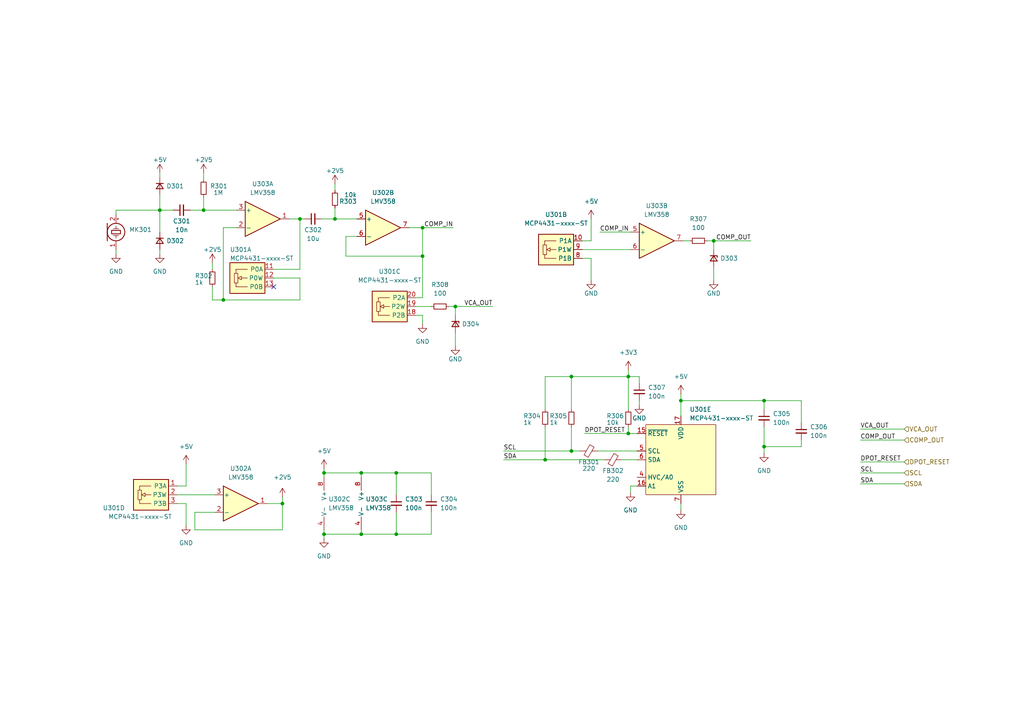
<source format=kicad_sch>
(kicad_sch (version 20211123) (generator eeschema)
  (paper "A4")
  (lib_symbols
    (symbol "Amplifier_Operational:TL072" (pin_names (offset 0.127))
      (property "Reference" "U" (at 0 5.08 0))
      (property "Value" "TL072" (at 0 -5.08 0))
      (symbol "TL072_1_1"
        (polyline (pts (xy -5.08 5.08) (xy 5.08 0) (xy -5.08 -5.08) (xy -5.08 5.08)) (stroke (width 0.254)) (fill (type background)))
        (pin output line (at 7.62 0 180) (length 2.54) (name "~") (number "1"))
        (pin input line (at -7.62 -2.54 0) (length 2.54) (name "-") (number "2"))
        (pin input line (at -7.62 2.54 0) (length 2.54) (name "+") (number "3"))
      )
      (symbol "TL072_2_1"
        (polyline (pts (xy -5.08 5.08) (xy 5.08 0) (xy -5.08 -5.08) (xy -5.08 5.08)) (stroke (width 0.254)) (fill (type background)))
        (pin input line (at -7.62 2.54 0) (length 2.54) (name "+") (number "5"))
        (pin input line (at -7.62 -2.54 0) (length 2.54) (name "-") (number "6"))
        (pin output line (at 7.62 0 180) (length 2.54) (name "~") (number "7"))
      )
      (symbol "TL072_3_1"
        (pin power_in line (at -2.54 -7.62 90) (length 3.81) (name "V-") (number "4"))
        (pin power_in line (at -2.54 7.62 270) (length 3.81) (name "V+") (number "8"))
      )
    )
    (symbol "Device:C_Small" (pin_numbers hide) (pin_names (offset 0.254) hide)
      (property "Reference" "C" (at 0.254 1.778 0))
      (property "Value" "C_Small" (at 0.254 -2.032 0))
      (symbol "C_Small_0_1"
        (polyline (pts (xy -1.524 -0.508) (xy 1.524 -0.508)) (stroke (width 0.3302)))
        (polyline (pts (xy -1.524 0.508) (xy 1.524 0.508)) (stroke (width 0.3048)))
      )
      (symbol "C_Small_1_1"
        (pin passive line (at 0 2.54 270) (length 2.032) (name "~") (number "1"))
        (pin passive line (at 0 -2.54 90) (length 2.032) (name "~") (number "2"))
      )
    )
    (symbol "Device:D_Small" (pin_numbers hide) (pin_names (offset 0.254) hide)
      (property "Reference" "D" (at -1.27 2.032 0))
      (property "Value" "D_Small" (at -3.81 -2.032 0))
      (symbol "D_Small_0_1"
        (polyline (pts (xy -0.762 -1.016) (xy -0.762 1.016)) (stroke (width 0.254)))
        (polyline (pts (xy -0.762 0) (xy 0.762 0)))
        (polyline (pts (xy 0.762 -1.016) (xy -0.762 0) (xy 0.762 1.016) (xy 0.762 -1.016)) (stroke (width 0.254)))
      )
      (symbol "D_Small_1_1"
        (pin passive line (at -2.54 0 0) (length 1.778) (name "K") (number "1"))
        (pin passive line (at 2.54 0 180) (length 1.778) (name "A") (number "2"))
      )
    )
    (symbol "Device:D_Zener_Small" (pin_numbers hide) (pin_names (offset 0.254) hide)
      (property "Reference" "D" (at 0 2.286 0))
      (property "Value" "D_Zener_Small" (at 0 -2.286 0))
      (symbol "D_Zener_Small_0_1"
        (polyline (pts (xy 0.762 0) (xy -0.762 0)))
        (polyline (pts (xy -0.254 1.016) (xy -0.762 1.016) (xy -0.762 -1.016)) (stroke (width 0.254)))
        (polyline (pts (xy 0.762 1.016) (xy -0.762 0) (xy 0.762 -1.016) (xy 0.762 1.016)) (stroke (width 0.254)))
      )
      (symbol "D_Zener_Small_1_1"
        (pin passive line (at -2.54 0 0) (length 1.778) (name "K") (number "1"))
        (pin passive line (at 2.54 0 180) (length 1.778) (name "A") (number "2"))
      )
    )
    (symbol "Device:FerriteBead_Small" (pin_numbers hide) (pin_names (offset 0))
      (property "Reference" "FB" (at 1.905 1.27 0))
      (property "Value" "FerriteBead_Small" (at 1.905 -1.27 0))
      (symbol "FerriteBead_Small_0_1"
        (polyline (pts (xy 0 -1.27) (xy 0 -0.7874)))
        (polyline (pts (xy 0 0.889) (xy 0 1.2954)))
        (polyline (pts (xy -1.8288 0.2794) (xy -1.1176 1.4986) (xy 1.8288 -0.2032) (xy 1.1176 -1.4224) (xy -1.8288 0.2794)))
      )
      (symbol "FerriteBead_Small_1_1"
        (pin passive line (at 0 2.54 270) (length 1.27) (name "~") (number "1"))
        (pin passive line (at 0 -2.54 90) (length 1.27) (name "~") (number "2"))
      )
    )
    (symbol "Device:Microphone_Crystal" (pin_names (offset 0.0254) hide)
      (property "Reference" "MK" (at -3.81 1.143 0))
      (property "Value" "Microphone_Crystal" (at -3.81 -0.762 0))
      (symbol "Microphone_Crystal_0_1"
        (rectangle (start -1.27 0.508) (end 1.27 -0.508) (stroke (width 0.254)))
        (polyline (pts (xy -2.54 2.54) (xy -2.54 -2.54)) (stroke (width 0.254)))
        (polyline (pts (xy -0.762 -1.016) (xy 0.762 -1.016)))
        (polyline (pts (xy -0.762 1.016) (xy 0.762 1.016)))
        (polyline (pts (xy 0 -1.016) (xy 0 -1.778)))
        (polyline (pts (xy 0 1.016) (xy 0 1.778)))
        (polyline (pts (xy 0.254 3.81) (xy 0.762 3.81)))
        (polyline (pts (xy 0.508 4.064) (xy 0.508 3.556)))
        (circle (center 0 0) (radius 2.54) (stroke (width 0.254)))
      )
      (symbol "Microphone_Crystal_1_1"
        (pin passive line (at 0 -5.08 90) (length 2.54) (name "-") (number "1"))
        (pin passive line (at 0 5.08 270) (length 2.54) (name "+") (number "2"))
      )
    )
    (symbol "Device:R_Small" (pin_numbers hide) (pin_names (offset 0.254) hide)
      (property "Reference" "R" (at 0.762 0.508 0))
      (property "Value" "R_Small" (at 0.762 -1.016 0))
      (symbol "R_Small_0_1"
        (rectangle (start -0.762 1.778) (end 0.762 -1.778) (stroke (width 0.2032)))
      )
      (symbol "R_Small_1_1"
        (pin passive line (at 0 2.54 270) (length 0.762) (name "~") (number "1"))
        (pin passive line (at 0 -2.54 90) (length 0.762) (name "~") (number "2"))
      )
    )
    (symbol "Potentiometer_Digital:MCP4431-xxxx-ST"
      (property "Reference" "U" (at -8.89 11.43 0))
      (property "Value" "MCP4431-xxxx-ST" (at 10.16 -11.43 0))
      (symbol "MCP4431-xxxx-ST_1_1"
        (polyline (pts (xy 1.7272 0) (xy 0 0)))
        (polyline (pts (xy 3.302 -2.54) (xy 0 -2.54)) (fill (type background)))
        (polyline (pts (xy 3.302 -2.3114) (xy 3.302 -1.3716)))
        (polyline (pts (xy 3.302 2.286) (xy 3.302 1.4478)))
        (polyline (pts (xy 3.302 2.54) (xy 0 2.54)) (fill (type background)))
        (polyline (pts (xy 3.302 -2.54) (xy 3.302 -2.286) (xy 3.302 -2.286)))
        (polyline (pts (xy 3.302 2.54) (xy 3.302 2.286) (xy 3.302 2.286)) (fill (type background)))
        (polyline (pts (xy 1.7272 -0.508) (xy 1.7272 0.508) (xy 2.7432 0) (xy 1.7272 -0.508) (xy 1.7272 -0.508)))
        (rectangle (start 3.7846 -1.3462) (end 2.7686 1.4478))
        (rectangle (start 5.08 -4.445) (end -5.08 4.445) (stroke (width 0.254)) (fill (type background)))
        (pin passive line (at -7.62 -2.54 0) (length 2.54) (name "P0A") (number "11"))
        (pin passive line (at -7.62 0 0) (length 2.54) (name "P0W") (number "12"))
        (pin passive line (at -7.62 2.54 0) (length 2.54) (name "P0B") (number "13"))
      )
      (symbol "MCP4431-xxxx-ST_2_1"
        (polyline (pts (xy 1.7272 0) (xy 0 0)))
        (polyline (pts (xy 3.302 -2.54) (xy 0 -2.54)) (fill (type background)))
        (polyline (pts (xy 3.302 -2.3114) (xy 3.302 -1.3716)))
        (polyline (pts (xy 3.302 2.286) (xy 3.302 1.4478)))
        (polyline (pts (xy 3.302 2.54) (xy 0 2.54)) (fill (type background)))
        (polyline (pts (xy 3.302 -2.54) (xy 3.302 -2.286) (xy 3.302 -2.286)))
        (polyline (pts (xy 3.302 2.54) (xy 3.302 2.286) (xy 3.302 2.286)) (fill (type background)))
        (polyline (pts (xy 1.7272 -0.508) (xy 1.7272 0.508) (xy 2.7432 0) (xy 1.7272 -0.508) (xy 1.7272 -0.508)))
        (rectangle (start 3.7846 -1.3462) (end 2.7686 1.4478))
        (rectangle (start 5.08 -4.445) (end -5.08 4.445) (stroke (width 0.254)) (fill (type background)))
        (pin passive line (at -7.62 -2.54 0) (length 2.54) (name "P1A") (number "10"))
        (pin passive line (at -7.62 2.54 0) (length 2.54) (name "P1B") (number "8"))
        (pin passive line (at -7.62 0 0) (length 2.54) (name "P1W") (number "9"))
      )
      (symbol "MCP4431-xxxx-ST_3_1"
        (polyline (pts (xy 1.7272 0) (xy 0 0)))
        (polyline (pts (xy 3.302 -2.54) (xy 0 -2.54)) (fill (type background)))
        (polyline (pts (xy 3.302 -2.3114) (xy 3.302 -1.3716)))
        (polyline (pts (xy 3.302 2.286) (xy 3.302 1.4478)))
        (polyline (pts (xy 3.302 2.54) (xy 0 2.54)) (fill (type background)))
        (polyline (pts (xy 3.302 -2.54) (xy 3.302 -2.286) (xy 3.302 -2.286)))
        (polyline (pts (xy 3.302 2.54) (xy 3.302 2.286) (xy 3.302 2.286)) (fill (type background)))
        (polyline (pts (xy 1.7272 -0.508) (xy 1.7272 0.508) (xy 2.7432 0) (xy 1.7272 -0.508) (xy 1.7272 -0.508)))
        (rectangle (start 3.7846 -1.3462) (end 2.7686 1.4478))
        (rectangle (start 5.08 -4.445) (end -5.08 4.445) (stroke (width 0.254)) (fill (type background)))
        (pin passive line (at -7.62 2.54 0) (length 2.54) (name "P2B") (number "18"))
        (pin passive line (at -7.62 0 0) (length 2.54) (name "P2W") (number "19"))
        (pin passive line (at -7.62 -2.54 0) (length 2.54) (name "P2A") (number "20"))
      )
      (symbol "MCP4431-xxxx-ST_4_1"
        (polyline (pts (xy 1.7272 0) (xy 0 0)))
        (polyline (pts (xy 3.302 -2.54) (xy 0 -2.54)) (fill (type background)))
        (polyline (pts (xy 3.302 -2.3114) (xy 3.302 -1.3716)))
        (polyline (pts (xy 3.302 2.286) (xy 3.302 1.4478)))
        (polyline (pts (xy 3.302 2.54) (xy 0 2.54)) (fill (type background)))
        (polyline (pts (xy 3.302 -2.54) (xy 3.302 -2.286) (xy 3.302 -2.286)))
        (polyline (pts (xy 3.302 2.54) (xy 3.302 2.286) (xy 3.302 2.286)) (fill (type background)))
        (polyline (pts (xy 1.7272 -0.508) (xy 1.7272 0.508) (xy 2.7432 0) (xy 1.7272 -0.508) (xy 1.7272 -0.508)))
        (rectangle (start 3.7846 -1.3462) (end 2.7686 1.4478))
        (rectangle (start 5.08 -4.445) (end -5.08 4.445) (stroke (width 0.254)) (fill (type background)))
        (pin passive line (at -7.62 -2.54 0) (length 2.54) (name "P3A") (number "1"))
        (pin passive line (at -7.62 0 0) (length 2.54) (name "P3W") (number "2"))
        (pin passive line (at -7.62 2.54 0) (length 2.54) (name "P3B") (number "3"))
      )
      (symbol "MCP4431-xxxx-ST_5_1"
        (rectangle (start -10.16 10.16) (end 10.16 -10.16) (fill (type background)))
        (pin no_connect line (at -10.16 -2.54 0) (length 2.54) hide (name "NC") (number "14"))
        (pin input line (at -12.7 7.62 0) (length 2.54) (name "~{RESET}") (number "15"))
        (pin input line (at -12.7 -7.62 0) (length 2.54) (name "A1") (number "16"))
        (pin power_in line (at 0 12.7 270) (length 2.54) (name "VDD") (number "17"))
        (pin input line (at -12.7 -5.08 0) (length 2.54) (name "HVC/A0") (number "4"))
        (pin input line (at -12.7 2.54 0) (length 2.54) (name "SCL") (number "5"))
        (pin bidirectional line (at -12.7 0 0) (length 2.54) (name "SDA") (number "6"))
        (pin power_in line (at 0 -12.7 90) (length 2.54) (name "VSS") (number "7"))
      )
    )
    (symbol "power:+2V5" (power) (pin_names (offset 0))
      (property "Value" "+2V5" (at 0 3.556 0))
      (symbol "+2V5_0_1"
        (polyline (pts (xy -0.762 1.27) (xy 0 2.54)))
        (polyline (pts (xy 0 0) (xy 0 2.54)))
        (polyline (pts (xy 0 2.54) (xy 0.762 1.27)))
      )
      (symbol "+2V5_1_1"
        (pin power_in line (at 0 0 90) (length 0) hide (name "+2V5") (number "1"))
      )
    )
    (symbol "power:+3V3" (power) (pin_names (offset 0))
      (property "Value" "+3V3" (at 0 3.556 0))
      (symbol "+3V3_0_1"
        (polyline (pts (xy -0.762 1.27) (xy 0 2.54)))
        (polyline (pts (xy 0 0) (xy 0 2.54)))
        (polyline (pts (xy 0 2.54) (xy 0.762 1.27)))
      )
      (symbol "+3V3_1_1"
        (pin power_in line (at 0 0 90) (length 0) hide (name "+3V3") (number "1"))
      )
    )
    (symbol "power:+5V" (power) (pin_names (offset 0))
      (property "Value" "+5V" (at 0 3.556 0))
      (symbol "+5V_0_1"
        (polyline (pts (xy -0.762 1.27) (xy 0 2.54)))
        (polyline (pts (xy 0 0) (xy 0 2.54)))
        (polyline (pts (xy 0 2.54) (xy 0.762 1.27)))
      )
      (symbol "+5V_1_1"
        (pin power_in line (at 0 0 90) (length 0) hide (name "+5V") (number "1"))
      )
    )
    (symbol "power:GND" (power) (pin_names (offset 0))
      (property "Value" "GND" (at 0 -3.81 0))
      (symbol "GND_0_1"
        (polyline (pts (xy 0 0) (xy 0 -1.27) (xy 1.27 -1.27) (xy 0 -2.54) (xy -1.27 -1.27) (xy 0 -1.27)))
      )
      (symbol "GND_1_1"
        (pin power_in line (at 0 0 270) (length 0) hide (name "GND") (number "1"))
      )
    )
  )
  (junction (at 182.245 109.22))
  (junction (at 197.485 116.205))
  (junction (at 165.735 109.22))
  (junction (at 221.615 129.54))
  (junction (at 59.055 60.96))
  (junction (at 221.615 116.205))
  (junction (at 122.555 74.295))
  (junction (at 132.08 88.9))
  (junction (at 104.775 154.94))
  (junction (at 104.775 137.16))
  (junction (at 122.555 66.04))
  (junction (at 64.77 86.995))
  (junction (at 182.245 125.73))
  (junction (at 165.735 130.81))
  (junction (at 207.01 69.85))
  (junction (at 93.98 154.94))
  (junction (at 97.155 63.5))
  (junction (at 93.98 137.16))
  (junction (at 81.915 146.05))
  (junction (at 46.355 60.96))
  (junction (at 158.115 133.35))
  (junction (at 114.935 137.16))
  (junction (at 114.935 154.94))
  (junction (at 86.995 63.5))
  (no_connect (at 79.375 83.185))
  (wire (pts (xy 81.915 144.145) (xy 81.915 146.05)))
  (wire (pts (xy 132.08 96.52) (xy 132.08 100.33)))
  (wire (pts (xy 103.505 68.58) (xy 100.33 68.58)))
  (wire (pts (xy 130.175 88.9) (xy 132.08 88.9)))
  (wire (pts (xy 165.735 109.22) (xy 165.735 118.745)))
  (wire (pts (xy 165.735 130.81) (xy 168.275 130.81)))
  (wire (pts (xy 207.01 69.85) (xy 217.805 69.85)))
  (wire (pts (xy 120.65 86.36) (xy 122.555 86.36)))
  (wire (pts (xy 182.245 123.825) (xy 182.245 125.73)))
  (wire (pts (xy 93.98 137.16) (xy 93.98 138.43)))
  (wire (pts (xy 168.91 72.39) (xy 182.88 72.39)))
  (wire (pts (xy 122.555 93.98) (xy 122.555 91.44)))
  (wire (pts (xy 132.08 88.9) (xy 132.08 91.44)))
  (wire (pts (xy 97.155 60.325) (xy 97.155 63.5)))
  (wire (pts (xy 93.98 135.89) (xy 93.98 137.16)))
  (wire (pts (xy 51.435 140.97) (xy 53.975 140.97)))
  (wire (pts (xy 171.45 63.5) (xy 171.45 69.85)))
  (wire (pts (xy 100.33 68.58) (xy 100.33 74.295)))
  (wire (pts (xy 171.45 74.93) (xy 171.45 81.28)))
  (wire (pts (xy 182.88 140.97) (xy 182.88 142.875)))
  (wire (pts (xy 197.485 116.205) (xy 197.485 120.65)))
  (wire (pts (xy 122.555 86.36) (xy 122.555 74.295)))
  (wire (pts (xy 64.77 66.04) (xy 68.58 66.04)))
  (wire (pts (xy 221.615 118.745) (xy 221.615 116.205)))
  (wire (pts (xy 97.155 53.34) (xy 97.155 55.245)))
  (wire (pts (xy 165.735 109.22) (xy 182.245 109.22)))
  (wire (pts (xy 104.775 153.67) (xy 104.775 154.94)))
  (wire (pts (xy 146.05 133.35) (xy 158.115 133.35)))
  (wire (pts (xy 197.485 146.05) (xy 197.485 147.955)))
  (wire (pts (xy 132.08 88.9) (xy 142.875 88.9)))
  (wire (pts (xy 207.01 69.85) (xy 207.01 72.39)))
  (wire (pts (xy 122.555 91.44) (xy 120.65 91.44)))
  (wire (pts (xy 114.935 148.59) (xy 114.935 154.94)))
  (wire (pts (xy 158.115 123.825) (xy 158.115 133.35)))
  (wire (pts (xy 221.615 116.205) (xy 197.485 116.205)))
  (wire (pts (xy 93.345 63.5) (xy 97.155 63.5)))
  (wire (pts (xy 86.995 80.645) (xy 86.995 86.995)))
  (wire (pts (xy 56.515 153.67) (xy 56.515 148.59)))
  (wire (pts (xy 100.33 74.295) (xy 122.555 74.295)))
  (wire (pts (xy 46.355 50.165) (xy 46.355 51.435)))
  (wire (pts (xy 81.915 153.67) (xy 56.515 153.67)))
  (wire (pts (xy 198.12 69.85) (xy 200.025 69.85)))
  (wire (pts (xy 104.775 154.94) (xy 93.98 154.94)))
  (wire (pts (xy 33.655 72.39) (xy 33.655 73.66)))
  (wire (pts (xy 59.055 57.15) (xy 59.055 60.96)))
  (wire (pts (xy 86.995 63.5) (xy 88.265 63.5)))
  (wire (pts (xy 182.245 109.22) (xy 182.245 118.745)))
  (wire (pts (xy 232.41 129.54) (xy 221.615 129.54)))
  (wire (pts (xy 50.165 60.96) (xy 46.355 60.96)))
  (wire (pts (xy 86.995 63.5) (xy 86.995 78.105)))
  (wire (pts (xy 114.935 154.94) (xy 104.775 154.94)))
  (wire (pts (xy 93.98 154.94) (xy 93.98 156.21)))
  (wire (pts (xy 51.435 143.51) (xy 62.23 143.51)))
  (wire (pts (xy 59.055 60.96) (xy 68.58 60.96)))
  (wire (pts (xy 249.555 140.335) (xy 262.255 140.335)))
  (wire (pts (xy 104.775 138.43) (xy 104.775 137.16)))
  (wire (pts (xy 93.98 153.67) (xy 93.98 154.94)))
  (wire (pts (xy 125.095 154.94) (xy 114.935 154.94)))
  (wire (pts (xy 232.41 122.555) (xy 232.41 116.205)))
  (wire (pts (xy 169.545 125.73) (xy 182.245 125.73)))
  (wire (pts (xy 53.975 146.05) (xy 53.975 152.4)))
  (wire (pts (xy 79.375 80.645) (xy 86.995 80.645)))
  (wire (pts (xy 114.935 137.16) (xy 104.775 137.16)))
  (wire (pts (xy 122.555 66.04) (xy 131.445 66.04)))
  (wire (pts (xy 59.055 50.165) (xy 59.055 52.07)))
  (wire (pts (xy 46.355 60.96) (xy 46.355 67.31)))
  (wire (pts (xy 221.615 129.54) (xy 221.615 131.445)))
  (wire (pts (xy 86.995 86.995) (xy 64.77 86.995)))
  (wire (pts (xy 46.355 72.39) (xy 46.355 73.66)))
  (wire (pts (xy 205.105 69.85) (xy 207.01 69.85)))
  (wire (pts (xy 61.595 76.2) (xy 61.595 78.105)))
  (wire (pts (xy 168.91 69.85) (xy 171.45 69.85)))
  (wire (pts (xy 33.655 62.23) (xy 33.655 60.96)))
  (wire (pts (xy 33.655 60.96) (xy 46.355 60.96)))
  (wire (pts (xy 249.555 124.46) (xy 262.255 124.46)))
  (wire (pts (xy 120.65 88.9) (xy 125.095 88.9)))
  (wire (pts (xy 249.555 133.985) (xy 262.255 133.985)))
  (wire (pts (xy 53.975 134.62) (xy 53.975 140.97)))
  (wire (pts (xy 83.82 63.5) (xy 86.995 63.5)))
  (wire (pts (xy 249.555 137.16) (xy 262.255 137.16)))
  (wire (pts (xy 46.355 56.515) (xy 46.355 60.96)))
  (wire (pts (xy 97.155 63.5) (xy 103.505 63.5)))
  (wire (pts (xy 86.995 78.105) (xy 79.375 78.105)))
  (wire (pts (xy 173.99 67.31) (xy 182.88 67.31)))
  (wire (pts (xy 197.485 114.3) (xy 197.485 116.205)))
  (wire (pts (xy 56.515 148.59) (xy 62.23 148.59)))
  (wire (pts (xy 158.115 109.22) (xy 165.735 109.22)))
  (wire (pts (xy 55.245 60.96) (xy 59.055 60.96)))
  (wire (pts (xy 146.05 130.81) (xy 165.735 130.81)))
  (wire (pts (xy 158.115 133.35) (xy 175.26 133.35)))
  (wire (pts (xy 125.095 148.59) (xy 125.095 154.94)))
  (wire (pts (xy 165.735 123.825) (xy 165.735 130.81)))
  (wire (pts (xy 221.615 123.825) (xy 221.615 129.54)))
  (wire (pts (xy 207.01 77.47) (xy 207.01 81.28)))
  (wire (pts (xy 125.095 143.51) (xy 125.095 137.16)))
  (wire (pts (xy 93.98 137.16) (xy 104.775 137.16)))
  (wire (pts (xy 232.41 127.635) (xy 232.41 129.54)))
  (wire (pts (xy 173.355 130.81) (xy 184.785 130.81)))
  (wire (pts (xy 185.42 111.125) (xy 185.42 109.22)))
  (wire (pts (xy 182.245 125.73) (xy 184.785 125.73)))
  (wire (pts (xy 51.435 146.05) (xy 53.975 146.05)))
  (wire (pts (xy 77.47 146.05) (xy 81.915 146.05)))
  (wire (pts (xy 122.555 66.04) (xy 118.745 66.04)))
  (wire (pts (xy 64.77 86.995) (xy 64.77 66.04)))
  (wire (pts (xy 158.115 109.22) (xy 158.115 118.745)))
  (wire (pts (xy 185.42 116.205) (xy 185.42 117.475)))
  (wire (pts (xy 185.42 109.22) (xy 182.245 109.22)))
  (wire (pts (xy 114.935 143.51) (xy 114.935 137.16)))
  (wire (pts (xy 249.555 127.635) (xy 262.255 127.635)))
  (wire (pts (xy 232.41 116.205) (xy 221.615 116.205)))
  (wire (pts (xy 61.595 86.995) (xy 64.77 86.995)))
  (wire (pts (xy 125.095 137.16) (xy 114.935 137.16)))
  (wire (pts (xy 180.34 133.35) (xy 184.785 133.35)))
  (wire (pts (xy 182.245 107.315) (xy 182.245 109.22)))
  (wire (pts (xy 81.915 146.05) (xy 81.915 153.67)))
  (wire (pts (xy 61.595 83.185) (xy 61.595 86.995)))
  (wire (pts (xy 184.785 140.97) (xy 182.88 140.97)))
  (wire (pts (xy 122.555 74.295) (xy 122.555 66.04)))
  (wire (pts (xy 168.91 74.93) (xy 171.45 74.93)))
  (label "DPOT_RESET" (at 249.555 133.985 0))
  (label "DPOT_RESET" (at 169.545 125.73 0))
  (label "SDA" (at 146.05 133.35 0))
  (label "VCA_OUT" (at 249.555 124.46 0))
  (label "COMP_IN" (at 173.99 67.31 0))
  (label "SCL" (at 249.555 137.16 0))
  (label "COMP_OUT" (at 249.555 127.635 0))
  (label "COMP_OUT" (at 217.805 69.85 180))
  (label "VCA_OUT" (at 142.875 88.9 180))
  (label "SCL" (at 146.05 130.81 0))
  (label "COMP_IN" (at 131.445 66.04 180))
  (label "SDA" (at 249.555 140.335 0))
  (hierarchical_label "COMP_OUT" (shape input) (at 262.255 127.635 0))
  (hierarchical_label "VCA_OUT" (shape input) (at 262.255 124.46 0))
  (hierarchical_label "SCL" (shape input) (at 262.255 137.16 0))
  (hierarchical_label "DPOT_RESET" (shape input) (at 262.255 133.985 0))
  (hierarchical_label "SDA" (shape input) (at 262.255 140.335 0))
  (symbol (lib_id "Device:C_Small") (at 232.41 125.095 0) (unit 1)
    (property "Reference" "C306" (at 234.95 123.8312 0) (effects (justify left)))
    (property "Value" "100n" (at 234.95 126.3712 0) (effects (justify left)))
    (property "Footprint" "Capacitor_SMD:C_0402_1005Metric" (effects hide))
  )
  (symbol (lib_id "Device:C_Small") (at 114.935 146.05 0) (unit 1)
    (property "Reference" "C303" (at 117.475 144.7862 0) (effects (justify left)))
    (property "Value" "100n" (at 117.475 147.3262 0) (effects (justify left)))
    (property "Footprint" "Capacitor_SMD:C_0402_1005Metric" (effects hide))
  )
  (symbol (lib_id "power:+5V") (at 171.45 63.5 0) (unit 1)
    (property "Reference" "#PWR0313" (effects hide))
    (property "Value" "+5V" (at 171.45 58.42 0))
  )
  (symbol (lib_id "Device:C_Small") (at 52.705 60.96 90) (unit 1)
    (property "Reference" "C301" (at 52.705 64.135 90))
    (property "Value" "10n" (at 52.705 66.675 90))
    (property "Footprint" "Capacitor_SMD:C_0603_1608Metric" (effects hide))
  )
  (symbol (lib_id "power:GND") (at 221.615 131.445 0) (unit 1)
    (property "Reference" "#PWR0320" (effects hide))
    (property "Value" "GND" (at 221.615 136.525 0))
  )
  (symbol (lib_id "Device:D_Zener_Small") (at 207.01 74.93 270) (unit 1)
    (property "Reference" "D303" (at 208.915 74.9299 90) (effects (justify left)))
    (property "Value" "D_Zener_Small" (effects hide))
    (property "Footprint" "Package_TO_SOT_SMD:SOT-23" (effects hide))
  )
  (symbol (lib_id "power:+3V3") (at 182.245 107.315 0) (unit 1)
    (property "Reference" "#PWR0315" (effects hide))
    (property "Value" "+3V3" (at 182.245 102.235 0))
  )
  (symbol (lib_id "power:+5V") (at 197.485 114.3 0) (unit 1)
    (property "Reference" "#PWR0317" (effects hide))
    (property "Value" "+5V" (at 197.485 109.22 0))
  )
  (symbol (lib_id "Amplifier_Operational:TL072") (at 190.5 69.85 0) (unit 2)
    (property "Reference" "U303" (at 190.5 59.69 0))
    (property "Value" "LMV358" (at 190.5 62.23 0))
    (property "Footprint" "Package_SO:SO-8_3.9x4.9mm_P1.27mm" (effects hide))
    (property "Datasheet" "http://www.ti.com/lit/ds/symlink/tl071.pdf" (effects hide))
  )
  (symbol (lib_id "Amplifier_Operational:TL072") (at 76.2 63.5 0) (unit 1)
    (property "Reference" "U303" (at 76.2 53.34 0))
    (property "Value" "LMV358" (at 76.2 55.88 0))
    (property "Footprint" "Package_SO:SO-8_3.9x4.9mm_P1.27mm" (effects hide))
    (property "Datasheet" "http://www.ti.com/lit/ds/symlink/tl071.pdf" (effects hide))
  )
  (symbol (lib_id "Device:R_Small") (at 158.115 121.285 0) (unit 1)
    (property "Reference" "R304" (at 151.765 120.6501 0) (effects (justify left)))
    (property "Value" "1k" (at 151.765 122.555 0) (effects (justify left)))
    (property "Footprint" "Resistor_SMD:R_0603_1608Metric" (effects hide))
  )
  (symbol (lib_id "power:GND") (at 53.975 152.4 0) (unit 1)
    (property "Reference" "#PWR0305" (effects hide))
    (property "Value" "GND" (at 53.975 157.48 0))
  )
  (symbol (lib_id "Potentiometer_Digital:MCP4431-xxxx-ST") (at 71.755 80.645 180) (unit 1)
    (property "Reference" "U301" (at 66.675 72.39 0) (effects (justify right)))
    (property "Value" "MCP4431-xxxx-ST" (at 66.675 74.93 0) (effects (justify right)))
    (property "Footprint" "Package_SO:TSSOP-20_4.4x6.5mm_P0.65mm" (effects hide))
    (property "Datasheet" "https://ww1.microchip.com/downloads/en/DeviceDoc/22267A_MCP4431.pdf" (effects hide))
  )
  (symbol (lib_id "Device:C_Small") (at 90.805 63.5 90) (unit 1)
    (property "Reference" "C302" (at 90.805 66.675 90))
    (property "Value" "10u" (at 90.805 69.215 90))
    (property "Footprint" "Capacitor_SMD:C_0805_2012Metric" (effects hide))
  )
  (symbol (lib_id "Device:D_Small") (at 46.355 53.975 270) (unit 1)
    (property "Reference" "D301" (at 48.26 53.9749 90) (effects (justify left)))
    (property "Value" "D_Small" (effects hide))
    (property "Footprint" "Package_TO_SOT_SMD:SOT-23" (effects hide))
  )
  (symbol (lib_id "power:GND") (at 207.01 81.28 0) (unit 1)
    (property "Reference" "#PWR0319" (effects hide))
    (property "Value" "GND" (at 207.01 85.09 0))
  )
  (symbol (lib_id "Device:D_Small") (at 46.355 69.85 270) (unit 1)
    (property "Reference" "D302" (at 48.26 69.8499 90) (effects (justify left)))
    (property "Value" "D_Small" (effects hide))
    (property "Footprint" "Package_TO_SOT_SMD:SOT-23" (effects hide))
  )
  (symbol (lib_id "power:GND") (at 182.88 142.875 0) (unit 1)
    (property "Reference" "#PWR0316" (effects hide))
    (property "Value" "GND" (at 182.88 147.955 0))
  )
  (symbol (lib_id "power:+5V") (at 93.98 135.89 0) (unit 1)
    (property "Reference" "#PWR0309" (effects hide))
    (property "Value" "+5V" (at 93.98 130.81 0))
  )
  (symbol (lib_id "Device:C_Small") (at 185.42 113.665 0) (unit 1)
    (property "Reference" "C307" (at 187.96 112.4012 0) (effects (justify left)))
    (property "Value" "100n" (at 187.96 114.9412 0) (effects (justify left)))
    (property "Footprint" "Capacitor_SMD:C_0402_1005Metric" (effects hide))
  )
  (symbol (lib_id "Device:D_Zener_Small") (at 132.08 93.98 270) (unit 1)
    (property "Reference" "D304" (at 133.985 93.9799 90) (effects (justify left)))
    (property "Value" "D_Zener_Small" (effects hide))
    (property "Footprint" "Package_TO_SOT_SMD:SOT-23" (effects hide))
  )
  (symbol (lib_id "power:GND") (at 132.08 100.33 0) (unit 1)
    (property "Reference" "#PWR0125" (effects hide))
    (property "Value" "GND" (at 132.08 104.14 0))
  )
  (symbol (lib_id "power:+2V5") (at 97.155 53.34 0) (unit 1)
    (property "Reference" "#PWR0311" (effects hide))
    (property "Value" "+2V5" (at 97.155 49.53 0))
  )
  (symbol (lib_id "Device:R_Small") (at 182.245 121.285 0) (unit 1)
    (property "Reference" "R306" (at 175.895 120.6501 0) (effects (justify left)))
    (property "Value" "10k" (at 175.895 122.555 0) (effects (justify left)))
    (property "Footprint" "Resistor_SMD:R_0603_1608Metric" (effects hide))
  )
  (symbol (lib_id "power:+5V") (at 53.975 134.62 0) (unit 1)
    (property "Reference" "#PWR0304" (effects hide))
    (property "Value" "+5V" (at 53.975 129.54 0))
  )
  (symbol (lib_id "Device:R_Small") (at 165.735 121.285 0) (unit 1)
    (property "Reference" "R305" (at 159.385 120.6501 0) (effects (justify left)))
    (property "Value" "1k" (at 159.385 122.555 0) (effects (justify left)))
    (property "Footprint" "Resistor_SMD:R_0603_1608Metric" (effects hide))
  )
  (symbol (lib_id "Device:C_Small") (at 221.615 121.285 0) (unit 1)
    (property "Reference" "C305" (at 224.155 120.0212 0) (effects (justify left)))
    (property "Value" "100n" (at 224.155 122.5612 0) (effects (justify left)))
    (property "Footprint" "Capacitor_SMD:C_0402_1005Metric" (effects hide))
  )
  (symbol (lib_id "power:GND") (at 197.485 147.955 0) (unit 1)
    (property "Reference" "#PWR0318" (effects hide))
    (property "Value" "GND" (at 197.485 153.035 0))
  )
  (symbol (lib_id "power:GND") (at 122.555 93.98 0) (unit 1)
    (property "Reference" "#PWR0312" (effects hide))
    (property "Value" "GND" (at 122.555 99.06 0))
  )
  (symbol (lib_id "Potentiometer_Digital:MCP4431-xxxx-ST") (at 197.485 133.35 0) (unit 5)
    (property "Reference" "U301" (at 200.025 118.745 0) (effects (justify left)))
    (property "Value" "MCP4431-xxxx-ST" (at 200.025 121.285 0) (effects (justify left)))
    (property "Footprint" "Package_SO:TSSOP-20_4.4x6.5mm_P0.65mm" (effects hide))
    (property "Datasheet" "https://ww1.microchip.com/downloads/en/DeviceDoc/22267A_MCP4431.pdf" (effects hide))
  )
  (symbol (lib_id "power:+2V5") (at 61.595 76.2 0) (unit 1)
    (property "Reference" "#PWR0307" (effects hide))
    (property "Value" "+2V5" (at 61.595 72.39 0))
  )
  (symbol (lib_id "Device:FerriteBead_Small") (at 170.815 130.81 270) (unit 1)
    (property "Reference" "FB301" (at 170.815 133.985 90))
    (property "Value" "220" (at 170.815 135.89 90))
    (property "Footprint" "Inductor_SMD:L_0402_1005Metric" (effects hide))
  )
  (symbol (lib_id "Potentiometer_Digital:MCP4431-xxxx-ST") (at 113.03 88.9 180) (unit 3)
    (property "Reference" "U301" (at 113.03 78.74 0))
    (property "Value" "MCP4431-xxxx-ST" (at 113.03 81.28 0))
    (property "Footprint" "Package_SO:TSSOP-20_4.4x6.5mm_P0.65mm" (effects hide))
    (property "Datasheet" "https://ww1.microchip.com/downloads/en/DeviceDoc/22267A_MCP4431.pdf" (effects hide))
  )
  (symbol (lib_id "power:GND") (at 33.655 73.66 0) (unit 1)
    (property "Reference" "#PWR0301" (effects hide))
    (property "Value" "GND" (at 33.655 78.74 0))
  )
  (symbol (lib_id "Device:R_Small") (at 61.595 80.645 0) (unit 1)
    (property "Reference" "R302" (at 56.515 80.0101 0) (effects (justify left)))
    (property "Value" "1k" (at 56.515 81.915 0) (effects (justify left)))
    (property "Footprint" "Resistor_SMD:R_0603_1608Metric" (effects hide))
  )
  (symbol (lib_id "power:GND") (at 93.98 156.21 0) (unit 1)
    (property "Reference" "#PWR0310" (effects hide))
    (property "Value" "GND" (at 93.98 161.29 0))
  )
  (symbol (lib_id "Device:Microphone_Crystal") (at 33.655 67.31 0) (unit 1)
    (property "Reference" "MK301" (at 37.465 66.6114 0) (effects (justify left)))
    (property "Value" "Microphone_Crystal" (effects hide))
    (property "Footprint" "Connector_Wire:SolderWire-0.15sqmm_1x02_P4mm_D0.5mm_OD1.5mm" (effects hide))
  )
  (symbol (lib_id "Potentiometer_Digital:MCP4431-xxxx-ST") (at 161.29 72.39 180) (unit 2)
    (property "Reference" "U301" (at 161.29 62.23 0))
    (property "Value" "MCP4431-xxxx-ST" (at 161.29 64.77 0))
    (property "Footprint" "Package_SO:TSSOP-20_4.4x6.5mm_P0.65mm" (effects hide))
    (property "Datasheet" "https://ww1.microchip.com/downloads/en/DeviceDoc/22267A_MCP4431.pdf" (effects hide))
  )
  (symbol (lib_id "Device:R_Small") (at 127.635 88.9 270) (unit 1)
    (property "Reference" "R308" (at 127.635 82.55 90))
    (property "Value" "100" (at 127.635 85.09 90))
    (property "Footprint" "Resistor_SMD:R_0603_1608Metric" (effects hide))
  )
  (symbol (lib_id "Amplifier_Operational:TL072") (at 107.315 146.05 0) (unit 3)
    (property "Reference" "U303" (at 106.045 144.7799 0) (effects (justify left)))
    (property "Value" "LMV358" (at 106.045 147.3199 0) (effects (justify left)))
    (property "Footprint" "Package_SO:SO-8_3.9x4.9mm_P1.27mm" (effects hide))
    (property "Datasheet" "http://www.ti.com/lit/ds/symlink/tl071.pdf" (effects hide))
  )
  (symbol (lib_id "power:GND") (at 171.45 81.28 0) (unit 1)
    (property "Reference" "#PWR0314" (effects hide))
    (property "Value" "GND" (at 171.45 85.09 0))
  )
  (symbol (lib_id "Device:R_Small") (at 59.055 54.61 0) (mirror x) (unit 1)
    (property "Reference" "R301" (at 66.04 53.9751 0) (effects (justify right)))
    (property "Value" "1M" (at 64.77 55.88 0) (effects (justify right)))
    (property "Footprint" "Resistor_SMD:R_0603_1608Metric" (effects hide))
  )
  (symbol (lib_id "Amplifier_Operational:TL072") (at 111.125 66.04 0) (unit 2)
    (property "Reference" "U302" (at 111.125 55.88 0))
    (property "Value" "LMV358" (at 111.125 58.42 0))
    (property "Footprint" "Package_SO:SO-8_3.9x4.9mm_P1.27mm" (effects hide))
    (property "Datasheet" "http://www.ti.com/lit/ds/symlink/tl071.pdf" (effects hide))
  )
  (symbol (lib_id "Device:FerriteBead_Small") (at 177.8 133.35 270) (unit 1)
    (property "Reference" "FB302" (at 177.8 136.525 90))
    (property "Value" "220" (at 177.8 139.065 90))
    (property "Footprint" "Inductor_SMD:L_0402_1005Metric" (effects hide))
  )
  (symbol (lib_id "power:+2V5") (at 81.915 144.145 0) (unit 1)
    (property "Reference" "#PWR0308" (effects hide))
    (property "Value" "+2V5" (at 81.915 138.43 0))
  )
  (symbol (lib_id "Amplifier_Operational:TL072") (at 69.85 146.05 0) (unit 1)
    (property "Reference" "U302" (at 69.85 135.89 0))
    (property "Value" "LMV358" (at 69.85 138.43 0))
    (property "Footprint" "Package_SO:SO-8_3.9x4.9mm_P1.27mm" (effects hide))
    (property "Datasheet" "http://www.ti.com/lit/ds/symlink/tl071.pdf" (effects hide))
  )
  (symbol (lib_id "power:GND") (at 46.355 73.66 0) (unit 1)
    (property "Reference" "#PWR0303" (effects hide))
    (property "Value" "GND" (at 46.355 78.74 0))
  )
  (symbol (lib_id "power:+5V") (at 46.355 50.165 0) (unit 1)
    (property "Reference" "#PWR0302" (effects hide))
    (property "Value" "+5V" (at 46.355 46.355 0))
  )
  (symbol (lib_id "Device:R_Small") (at 97.155 57.785 180) (unit 1)
    (property "Reference" "R303" (at 103.505 58.42 0) (effects (justify left)))
    (property "Value" "10k" (at 103.505 56.5151 0) (effects (justify left)))
    (property "Footprint" "Resistor_SMD:R_0603_1608Metric" (effects hide))
  )
  (symbol (lib_id "power:+2V5") (at 59.055 50.165 0) (unit 1)
    (property "Reference" "#PWR0306" (effects hide))
    (property "Value" "+2V5" (at 59.055 46.355 0))
  )
  (symbol (lib_id "power:GND") (at 185.42 117.475 0) (unit 1)
    (property "Reference" "#PWR0321" (effects hide))
    (property "Value" "GND" (at 185.42 121.285 0))
  )
  (symbol (lib_id "Device:C_Small") (at 125.095 146.05 0) (unit 1)
    (property "Reference" "C304" (at 127.635 144.7862 0) (effects (justify left)))
    (property "Value" "100n" (at 127.635 147.3262 0) (effects (justify left)))
    (property "Footprint" "Capacitor_SMD:C_0402_1005Metric" (effects hide))
  )
  (symbol (lib_id "Amplifier_Operational:TL072") (at 96.52 146.05 0) (unit 3)
    (property "Reference" "U302" (at 95.25 144.7799 0) (effects (justify left)))
    (property "Value" "LMV358" (at 95.25 147.3199 0) (effects (justify left)))
    (property "Footprint" "Package_SO:SO-8_3.9x4.9mm_P1.27mm" (effects hide))
    (property "Datasheet" "http://www.ti.com/lit/ds/symlink/tl071.pdf" (effects hide))
  )
  (symbol (lib_id "Device:R_Small") (at 202.565 69.85 270) (unit 1)
    (property "Reference" "R307" (at 202.565 63.5 90))
    (property "Value" "100" (at 202.565 66.04 90))
    (property "Footprint" "Resistor_SMD:R_0603_1608Metric" (effects hide))
  )
  (symbol (lib_id "Potentiometer_Digital:MCP4431-xxxx-ST") (at 43.815 143.51 180) (unit 4)
    (property "Reference" "U301" (at 33.02 147.32 0))
    (property "Value" "MCP4431-xxxx-ST" (at 40.64 149.86 0))
    (property "Footprint" "Package_SO:TSSOP-20_4.4x6.5mm_P0.65mm" (effects hide))
    (property "Datasheet" "https://ww1.microchip.com/downloads/en/DeviceDoc/22267A_MCP4431.pdf" (effects hide))
  )
)
</source>
